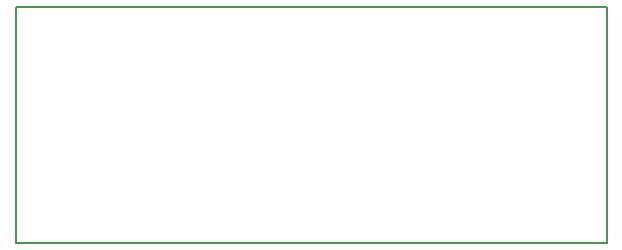
<source format=gm1>
G04 #@! TF.GenerationSoftware,KiCad,Pcbnew,(6.0.7)*
G04 #@! TF.CreationDate,2022-10-20T22:45:04-03:00*
G04 #@! TF.ProjectId,BIAS-T,42494153-2d54-42e6-9b69-6361645f7063,rev?*
G04 #@! TF.SameCoordinates,Original*
G04 #@! TF.FileFunction,Profile,NP*
%FSLAX46Y46*%
G04 Gerber Fmt 4.6, Leading zero omitted, Abs format (unit mm)*
G04 Created by KiCad (PCBNEW (6.0.7)) date 2022-10-20 22:45:04*
%MOMM*%
%LPD*%
G01*
G04 APERTURE LIST*
G04 #@! TA.AperFunction,Profile*
%ADD10C,0.200000*%
G04 #@! TD*
G04 APERTURE END LIST*
D10*
X125095000Y-89662000D02*
X175095000Y-89662000D01*
X175095000Y-89662000D02*
X175095000Y-109662000D01*
X175095000Y-109662000D02*
X125095000Y-109662000D01*
X125095000Y-109662000D02*
X125095000Y-89662000D01*
M02*

</source>
